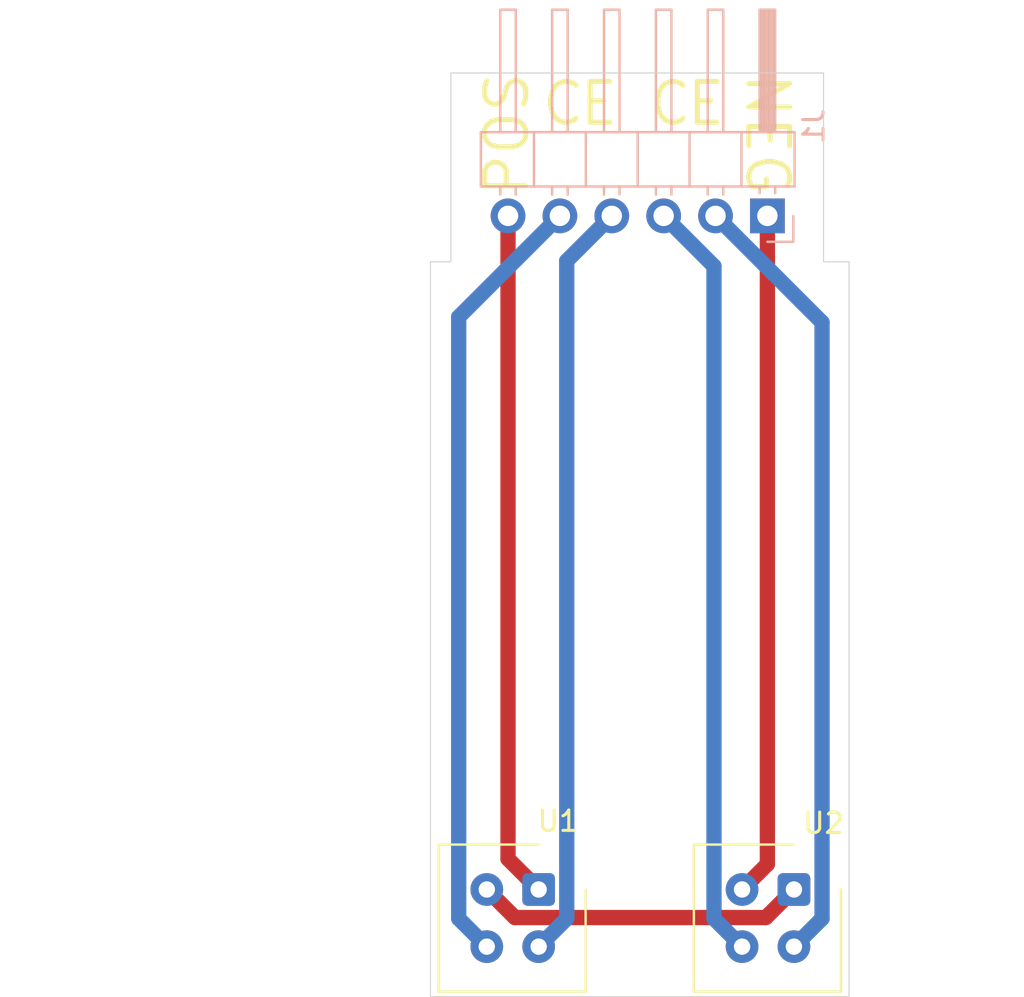
<source format=kicad_pcb>
(kicad_pcb (version 20171130) (host pcbnew "(5.1.7)-1")

  (general
    (thickness 1.6)
    (drawings 19)
    (tracks 19)
    (zones 0)
    (modules 4)
    (nets 8)
  )

  (page A4)
  (layers
    (0 F.Cu signal)
    (31 B.Cu signal)
    (32 B.Adhes user)
    (33 F.Adhes user)
    (34 B.Paste user)
    (35 F.Paste user)
    (36 B.SilkS user)
    (37 F.SilkS user)
    (38 B.Mask user)
    (39 F.Mask user)
    (40 Dwgs.User user)
    (41 Cmts.User user)
    (42 Eco1.User user)
    (43 Eco2.User user)
    (44 Edge.Cuts user)
    (45 Margin user)
    (46 B.CrtYd user)
    (47 F.CrtYd user)
    (48 B.Fab user hide)
    (49 F.Fab user hide)
  )

  (setup
    (last_trace_width 0.75)
    (user_trace_width 0.5)
    (user_trace_width 0.75)
    (user_trace_width 1)
    (trace_clearance 0.2)
    (zone_clearance 0.508)
    (zone_45_only no)
    (trace_min 0.2)
    (via_size 0.8)
    (via_drill 0.4)
    (via_min_size 0.4)
    (via_min_drill 0.3)
    (uvia_size 0.3)
    (uvia_drill 0.1)
    (uvias_allowed no)
    (uvia_min_size 0.2)
    (uvia_min_drill 0.1)
    (edge_width 0.05)
    (segment_width 0.2)
    (pcb_text_width 0.3)
    (pcb_text_size 1.5 1.5)
    (mod_edge_width 0.12)
    (mod_text_size 1 1)
    (mod_text_width 0.15)
    (pad_size 1.524 1.524)
    (pad_drill 0.762)
    (pad_to_mask_clearance 0)
    (aux_axis_origin 0 0)
    (visible_elements 7FFFFFFF)
    (pcbplotparams
      (layerselection 0x010fc_ffffffff)
      (usegerberextensions false)
      (usegerberattributes true)
      (usegerberadvancedattributes true)
      (creategerberjobfile true)
      (excludeedgelayer true)
      (linewidth 0.100000)
      (plotframeref false)
      (viasonmask false)
      (mode 1)
      (useauxorigin false)
      (hpglpennumber 1)
      (hpglpenspeed 20)
      (hpglpendiameter 15.000000)
      (psnegative false)
      (psa4output false)
      (plotreference true)
      (plotvalue true)
      (plotinvisibletext false)
      (padsonsilk false)
      (subtractmaskfromsilk false)
      (outputformat 1)
      (mirror false)
      (drillshape 1)
      (scaleselection 1)
      (outputdirectory ""))
  )

  (net 0 "")
  (net 1 /NEG)
  (net 2 /E1)
  (net 3 /C1)
  (net 4 /POS)
  (net 5 "Net-(U1-Pad2)")
  (net 6 /E2)
  (net 7 /C2)

  (net_class Default "This is the default net class."
    (clearance 0.2)
    (trace_width 0.25)
    (via_dia 0.8)
    (via_drill 0.4)
    (uvia_dia 0.3)
    (uvia_drill 0.1)
    (add_net /C1)
    (add_net /C2)
    (add_net /E1)
    (add_net /E2)
    (add_net /NEG)
    (add_net /POS)
    (add_net "Net-(U1-Pad2)")
  )

  (module OptoDevice:Vishay_CNY70 (layer F.Cu) (tedit 5B8AF8E9) (tstamp 603B3358)
    (at 188.8 131 270)
    (descr "package for Vishay CNY70 refective photo coupler/interrupter")
    (tags "Vishay CNY70 refective photo coupler")
    (path /603B3CB5)
    (fp_text reference U2 (at -3.25 -1.45 180) (layer F.SilkS)
      (effects (font (size 1 1) (thickness 0.15)))
    )
    (fp_text value CNY70 (at 1.4 5.8 90) (layer F.Fab)
      (effects (font (size 1 1) (thickness 0.15)))
    )
    (fp_text user %R (at 1.5 1.4 90) (layer F.Fab)
      (effects (font (size 1 1) (thickness 0.15)))
    )
    (fp_line (start 5 4.9) (end 5 -2.3) (layer F.SilkS) (width 0.12))
    (fp_line (start -2.2 4.9) (end 5 4.9) (layer F.SilkS) (width 0.12))
    (fp_line (start -2.2 0) (end -2.2 4.9) (layer F.SilkS) (width 0.12))
    (fp_line (start 5 -2.3) (end 0 -2.3) (layer F.SilkS) (width 0.12))
    (fp_line (start -1.1 3.9) (end 3.9 3.9) (layer F.Fab) (width 0.1))
    (fp_line (start -1.1 -1.2) (end -1.1 3.9) (layer F.Fab) (width 0.1))
    (fp_line (start 3.9 -1.2) (end -1.1 -1.2) (layer F.Fab) (width 0.1))
    (fp_line (start 3.9 3.9) (end 3.9 -1.2) (layer F.Fab) (width 0.1))
    (fp_line (start 1.2 4.5) (end 1.2 4.8) (layer F.Fab) (width 0.1))
    (fp_line (start 1.6 4.5) (end 1.2 4.5) (layer F.Fab) (width 0.1))
    (fp_line (start 1.6 4.8) (end 1.6 4.5) (layer F.Fab) (width 0.1))
    (fp_line (start 1.6 -1.9) (end 1.6 -2.2) (layer F.Fab) (width 0.1))
    (fp_line (start 1.2 -1.9) (end 1.6 -1.9) (layer F.Fab) (width 0.1))
    (fp_line (start 1.2 -2.2) (end 1.2 -1.9) (layer F.Fab) (width 0.1))
    (fp_line (start -2.1 -1.2) (end -1.1 -2.2) (layer F.Fab) (width 0.1))
    (fp_line (start -2.1 4.8) (end -2.1 -1.2) (layer F.Fab) (width 0.1))
    (fp_line (start 4.9 4.8) (end -2.1 4.8) (layer F.Fab) (width 0.1))
    (fp_line (start 4.9 -2.2) (end 4.9 4.8) (layer F.Fab) (width 0.1))
    (fp_line (start -1.1 -2.2) (end 4.9 -2.2) (layer F.Fab) (width 0.1))
    (fp_line (start -2.35 -2.45) (end 5.15 -2.45) (layer F.CrtYd) (width 0.05))
    (fp_line (start -2.35 -2.45) (end -2.35 5.05) (layer F.CrtYd) (width 0.05))
    (fp_line (start 5.15 5.05) (end 5.15 -2.45) (layer F.CrtYd) (width 0.05))
    (fp_line (start 5.15 5.05) (end -2.35 5.05) (layer F.CrtYd) (width 0.05))
    (pad 1 thru_hole roundrect (at 0 0 270) (size 1.6 1.6) (drill 0.8) (layers *.Cu *.Mask) (roundrect_rratio 0.156)
      (net 5 "Net-(U1-Pad2)"))
    (pad 2 thru_hole circle (at 0 2.54 270) (size 1.6 1.6) (drill 0.8) (layers *.Cu *.Mask)
      (net 1 /NEG))
    (pad 3 thru_hole circle (at 2.8 2.54 270) (size 1.6 1.6) (drill 0.8) (layers *.Cu *.Mask)
      (net 7 /C2))
    (pad 4 thru_hole circle (at 2.8 0 270) (size 1.6 1.6) (drill 0.8) (layers *.Cu *.Mask)
      (net 6 /E2))
    (model ${KISYS3DMOD}/OptoDevice.3dshapes/Vishay_CNY70.wrl
      (at (xyz 0 0 0))
      (scale (xyz 1 1 1))
      (rotate (xyz 0 0 0))
    )
  )

  (module Pin_Headers:Pin_Header_Angled_1x06_Pitch2.54mm (layer B.Cu) (tedit 59650532) (tstamp 603B32FA)
    (at 187.5 98 90)
    (descr "Through hole angled pin header, 1x06, 2.54mm pitch, 6mm pin length, single row")
    (tags "Through hole angled pin header THT 1x06 2.54mm single row")
    (path /603B47E0)
    (fp_text reference J1 (at 4.385 2.27 270) (layer B.SilkS)
      (effects (font (size 1 1) (thickness 0.15)) (justify mirror))
    )
    (fp_text value Conn_01x06_Male (at 4.385 -14.97 270) (layer B.Fab)
      (effects (font (size 1 1) (thickness 0.15)) (justify mirror))
    )
    (fp_line (start 10.55 1.8) (end -1.8 1.8) (layer B.CrtYd) (width 0.05))
    (fp_line (start 10.55 -14.5) (end 10.55 1.8) (layer B.CrtYd) (width 0.05))
    (fp_line (start -1.8 -14.5) (end 10.55 -14.5) (layer B.CrtYd) (width 0.05))
    (fp_line (start -1.8 1.8) (end -1.8 -14.5) (layer B.CrtYd) (width 0.05))
    (fp_line (start -1.27 1.27) (end 0 1.27) (layer B.SilkS) (width 0.12))
    (fp_line (start -1.27 0) (end -1.27 1.27) (layer B.SilkS) (width 0.12))
    (fp_line (start 1.042929 -13.08) (end 1.44 -13.08) (layer B.SilkS) (width 0.12))
    (fp_line (start 1.042929 -12.32) (end 1.44 -12.32) (layer B.SilkS) (width 0.12))
    (fp_line (start 10.1 -13.08) (end 4.1 -13.08) (layer B.SilkS) (width 0.12))
    (fp_line (start 10.1 -12.32) (end 10.1 -13.08) (layer B.SilkS) (width 0.12))
    (fp_line (start 4.1 -12.32) (end 10.1 -12.32) (layer B.SilkS) (width 0.12))
    (fp_line (start 1.44 -11.43) (end 4.1 -11.43) (layer B.SilkS) (width 0.12))
    (fp_line (start 1.042929 -10.54) (end 1.44 -10.54) (layer B.SilkS) (width 0.12))
    (fp_line (start 1.042929 -9.78) (end 1.44 -9.78) (layer B.SilkS) (width 0.12))
    (fp_line (start 10.1 -10.54) (end 4.1 -10.54) (layer B.SilkS) (width 0.12))
    (fp_line (start 10.1 -9.78) (end 10.1 -10.54) (layer B.SilkS) (width 0.12))
    (fp_line (start 4.1 -9.78) (end 10.1 -9.78) (layer B.SilkS) (width 0.12))
    (fp_line (start 1.44 -8.89) (end 4.1 -8.89) (layer B.SilkS) (width 0.12))
    (fp_line (start 1.042929 -8) (end 1.44 -8) (layer B.SilkS) (width 0.12))
    (fp_line (start 1.042929 -7.24) (end 1.44 -7.24) (layer B.SilkS) (width 0.12))
    (fp_line (start 10.1 -8) (end 4.1 -8) (layer B.SilkS) (width 0.12))
    (fp_line (start 10.1 -7.24) (end 10.1 -8) (layer B.SilkS) (width 0.12))
    (fp_line (start 4.1 -7.24) (end 10.1 -7.24) (layer B.SilkS) (width 0.12))
    (fp_line (start 1.44 -6.35) (end 4.1 -6.35) (layer B.SilkS) (width 0.12))
    (fp_line (start 1.042929 -5.46) (end 1.44 -5.46) (layer B.SilkS) (width 0.12))
    (fp_line (start 1.042929 -4.7) (end 1.44 -4.7) (layer B.SilkS) (width 0.12))
    (fp_line (start 10.1 -5.46) (end 4.1 -5.46) (layer B.SilkS) (width 0.12))
    (fp_line (start 10.1 -4.7) (end 10.1 -5.46) (layer B.SilkS) (width 0.12))
    (fp_line (start 4.1 -4.7) (end 10.1 -4.7) (layer B.SilkS) (width 0.12))
    (fp_line (start 1.44 -3.81) (end 4.1 -3.81) (layer B.SilkS) (width 0.12))
    (fp_line (start 1.042929 -2.92) (end 1.44 -2.92) (layer B.SilkS) (width 0.12))
    (fp_line (start 1.042929 -2.16) (end 1.44 -2.16) (layer B.SilkS) (width 0.12))
    (fp_line (start 10.1 -2.92) (end 4.1 -2.92) (layer B.SilkS) (width 0.12))
    (fp_line (start 10.1 -2.16) (end 10.1 -2.92) (layer B.SilkS) (width 0.12))
    (fp_line (start 4.1 -2.16) (end 10.1 -2.16) (layer B.SilkS) (width 0.12))
    (fp_line (start 1.44 -1.27) (end 4.1 -1.27) (layer B.SilkS) (width 0.12))
    (fp_line (start 1.11 -0.38) (end 1.44 -0.38) (layer B.SilkS) (width 0.12))
    (fp_line (start 1.11 0.38) (end 1.44 0.38) (layer B.SilkS) (width 0.12))
    (fp_line (start 4.1 -0.28) (end 10.1 -0.28) (layer B.SilkS) (width 0.12))
    (fp_line (start 4.1 -0.16) (end 10.1 -0.16) (layer B.SilkS) (width 0.12))
    (fp_line (start 4.1 -0.04) (end 10.1 -0.04) (layer B.SilkS) (width 0.12))
    (fp_line (start 4.1 0.08) (end 10.1 0.08) (layer B.SilkS) (width 0.12))
    (fp_line (start 4.1 0.2) (end 10.1 0.2) (layer B.SilkS) (width 0.12))
    (fp_line (start 4.1 0.32) (end 10.1 0.32) (layer B.SilkS) (width 0.12))
    (fp_line (start 10.1 -0.38) (end 4.1 -0.38) (layer B.SilkS) (width 0.12))
    (fp_line (start 10.1 0.38) (end 10.1 -0.38) (layer B.SilkS) (width 0.12))
    (fp_line (start 4.1 0.38) (end 10.1 0.38) (layer B.SilkS) (width 0.12))
    (fp_line (start 4.1 1.33) (end 1.44 1.33) (layer B.SilkS) (width 0.12))
    (fp_line (start 4.1 -14.03) (end 4.1 1.33) (layer B.SilkS) (width 0.12))
    (fp_line (start 1.44 -14.03) (end 4.1 -14.03) (layer B.SilkS) (width 0.12))
    (fp_line (start 1.44 1.33) (end 1.44 -14.03) (layer B.SilkS) (width 0.12))
    (fp_line (start 4.04 -13.02) (end 10.04 -13.02) (layer B.Fab) (width 0.1))
    (fp_line (start 10.04 -12.38) (end 10.04 -13.02) (layer B.Fab) (width 0.1))
    (fp_line (start 4.04 -12.38) (end 10.04 -12.38) (layer B.Fab) (width 0.1))
    (fp_line (start -0.32 -13.02) (end 1.5 -13.02) (layer B.Fab) (width 0.1))
    (fp_line (start -0.32 -12.38) (end -0.32 -13.02) (layer B.Fab) (width 0.1))
    (fp_line (start -0.32 -12.38) (end 1.5 -12.38) (layer B.Fab) (width 0.1))
    (fp_line (start 4.04 -10.48) (end 10.04 -10.48) (layer B.Fab) (width 0.1))
    (fp_line (start 10.04 -9.84) (end 10.04 -10.48) (layer B.Fab) (width 0.1))
    (fp_line (start 4.04 -9.84) (end 10.04 -9.84) (layer B.Fab) (width 0.1))
    (fp_line (start -0.32 -10.48) (end 1.5 -10.48) (layer B.Fab) (width 0.1))
    (fp_line (start -0.32 -9.84) (end -0.32 -10.48) (layer B.Fab) (width 0.1))
    (fp_line (start -0.32 -9.84) (end 1.5 -9.84) (layer B.Fab) (width 0.1))
    (fp_line (start 4.04 -7.94) (end 10.04 -7.94) (layer B.Fab) (width 0.1))
    (fp_line (start 10.04 -7.3) (end 10.04 -7.94) (layer B.Fab) (width 0.1))
    (fp_line (start 4.04 -7.3) (end 10.04 -7.3) (layer B.Fab) (width 0.1))
    (fp_line (start -0.32 -7.94) (end 1.5 -7.94) (layer B.Fab) (width 0.1))
    (fp_line (start -0.32 -7.3) (end -0.32 -7.94) (layer B.Fab) (width 0.1))
    (fp_line (start -0.32 -7.3) (end 1.5 -7.3) (layer B.Fab) (width 0.1))
    (fp_line (start 4.04 -5.4) (end 10.04 -5.4) (layer B.Fab) (width 0.1))
    (fp_line (start 10.04 -4.76) (end 10.04 -5.4) (layer B.Fab) (width 0.1))
    (fp_line (start 4.04 -4.76) (end 10.04 -4.76) (layer B.Fab) (width 0.1))
    (fp_line (start -0.32 -5.4) (end 1.5 -5.4) (layer B.Fab) (width 0.1))
    (fp_line (start -0.32 -4.76) (end -0.32 -5.4) (layer B.Fab) (width 0.1))
    (fp_line (start -0.32 -4.76) (end 1.5 -4.76) (layer B.Fab) (width 0.1))
    (fp_line (start 4.04 -2.86) (end 10.04 -2.86) (layer B.Fab) (width 0.1))
    (fp_line (start 10.04 -2.22) (end 10.04 -2.86) (layer B.Fab) (width 0.1))
    (fp_line (start 4.04 -2.22) (end 10.04 -2.22) (layer B.Fab) (width 0.1))
    (fp_line (start -0.32 -2.86) (end 1.5 -2.86) (layer B.Fab) (width 0.1))
    (fp_line (start -0.32 -2.22) (end -0.32 -2.86) (layer B.Fab) (width 0.1))
    (fp_line (start -0.32 -2.22) (end 1.5 -2.22) (layer B.Fab) (width 0.1))
    (fp_line (start 4.04 -0.32) (end 10.04 -0.32) (layer B.Fab) (width 0.1))
    (fp_line (start 10.04 0.32) (end 10.04 -0.32) (layer B.Fab) (width 0.1))
    (fp_line (start 4.04 0.32) (end 10.04 0.32) (layer B.Fab) (width 0.1))
    (fp_line (start -0.32 -0.32) (end 1.5 -0.32) (layer B.Fab) (width 0.1))
    (fp_line (start -0.32 0.32) (end -0.32 -0.32) (layer B.Fab) (width 0.1))
    (fp_line (start -0.32 0.32) (end 1.5 0.32) (layer B.Fab) (width 0.1))
    (fp_line (start 1.5 0.635) (end 2.135 1.27) (layer B.Fab) (width 0.1))
    (fp_line (start 1.5 -13.97) (end 1.5 0.635) (layer B.Fab) (width 0.1))
    (fp_line (start 4.04 -13.97) (end 1.5 -13.97) (layer B.Fab) (width 0.1))
    (fp_line (start 4.04 1.27) (end 4.04 -13.97) (layer B.Fab) (width 0.1))
    (fp_line (start 2.135 1.27) (end 4.04 1.27) (layer B.Fab) (width 0.1))
    (fp_text user %R (at 2.77 -6.35) (layer B.Fab)
      (effects (font (size 1 1) (thickness 0.15)) (justify mirror))
    )
    (pad 1 thru_hole rect (at 0 0 90) (size 1.7 1.7) (drill 1) (layers *.Cu *.Mask)
      (net 1 /NEG))
    (pad 2 thru_hole oval (at 0 -2.54 90) (size 1.7 1.7) (drill 1) (layers *.Cu *.Mask)
      (net 6 /E2))
    (pad 3 thru_hole oval (at 0 -5.08 90) (size 1.7 1.7) (drill 1) (layers *.Cu *.Mask)
      (net 7 /C2))
    (pad 4 thru_hole oval (at 0 -7.62 90) (size 1.7 1.7) (drill 1) (layers *.Cu *.Mask)
      (net 2 /E1))
    (pad 5 thru_hole oval (at 0 -10.16 90) (size 1.7 1.7) (drill 1) (layers *.Cu *.Mask)
      (net 3 /C1))
    (pad 6 thru_hole oval (at 0 -12.7 90) (size 1.7 1.7) (drill 1) (layers *.Cu *.Mask)
      (net 4 /POS))
    (model ${KISYS3DMOD}/Pin_Headers.3dshapes/Pin_Header_Angled_1x06_Pitch2.54mm.wrl
      (at (xyz 0 0 0))
      (scale (xyz 1 1 1))
      (rotate (xyz 0 0 0))
    )
  )

  (module OptoDevice:Vishay_CNY70 (layer F.Cu) (tedit 5B8AF8E9) (tstamp 603B0AEE)
    (at 176.3 131 270)
    (descr "package for Vishay CNY70 refective photo coupler/interrupter")
    (tags "Vishay CNY70 refective photo coupler")
    (path /603B0913)
    (fp_text reference U1 (at -3.35 -0.95 180) (layer F.SilkS)
      (effects (font (size 1 1) (thickness 0.15)))
    )
    (fp_text value CNY70 (at 1.4 5.8 90) (layer F.Fab)
      (effects (font (size 1 1) (thickness 0.15)))
    )
    (fp_line (start 5 4.9) (end 5 -2.3) (layer F.SilkS) (width 0.12))
    (fp_line (start -2.2 4.9) (end 5 4.9) (layer F.SilkS) (width 0.12))
    (fp_line (start -2.2 0) (end -2.2 4.9) (layer F.SilkS) (width 0.12))
    (fp_line (start 5 -2.3) (end 0 -2.3) (layer F.SilkS) (width 0.12))
    (fp_line (start -1.1 3.9) (end 3.9 3.9) (layer F.Fab) (width 0.1))
    (fp_line (start -1.1 -1.2) (end -1.1 3.9) (layer F.Fab) (width 0.1))
    (fp_line (start 3.9 -1.2) (end -1.1 -1.2) (layer F.Fab) (width 0.1))
    (fp_line (start 3.9 3.9) (end 3.9 -1.2) (layer F.Fab) (width 0.1))
    (fp_line (start 1.2 4.5) (end 1.2 4.8) (layer F.Fab) (width 0.1))
    (fp_line (start 1.6 4.5) (end 1.2 4.5) (layer F.Fab) (width 0.1))
    (fp_line (start 1.6 4.8) (end 1.6 4.5) (layer F.Fab) (width 0.1))
    (fp_line (start 1.6 -1.9) (end 1.6 -2.2) (layer F.Fab) (width 0.1))
    (fp_line (start 1.2 -1.9) (end 1.6 -1.9) (layer F.Fab) (width 0.1))
    (fp_line (start 1.2 -2.2) (end 1.2 -1.9) (layer F.Fab) (width 0.1))
    (fp_line (start -2.1 -1.2) (end -1.1 -2.2) (layer F.Fab) (width 0.1))
    (fp_line (start -2.1 4.8) (end -2.1 -1.2) (layer F.Fab) (width 0.1))
    (fp_line (start 4.9 4.8) (end -2.1 4.8) (layer F.Fab) (width 0.1))
    (fp_line (start 4.9 -2.2) (end 4.9 4.8) (layer F.Fab) (width 0.1))
    (fp_line (start -1.1 -2.2) (end 4.9 -2.2) (layer F.Fab) (width 0.1))
    (fp_line (start -2.35 -2.45) (end 5.15 -2.45) (layer F.CrtYd) (width 0.05))
    (fp_line (start -2.35 -2.45) (end -2.35 5.05) (layer F.CrtYd) (width 0.05))
    (fp_line (start 5.15 5.05) (end 5.15 -2.45) (layer F.CrtYd) (width 0.05))
    (fp_line (start 5.15 5.05) (end -2.35 5.05) (layer F.CrtYd) (width 0.05))
    (fp_text user %R (at 1.5 1.4 90) (layer F.Fab)
      (effects (font (size 1 1) (thickness 0.15)))
    )
    (pad 1 thru_hole roundrect (at 0 0 270) (size 1.6 1.6) (drill 0.8) (layers *.Cu *.Mask) (roundrect_rratio 0.156)
      (net 4 /POS))
    (pad 2 thru_hole circle (at 0 2.54 270) (size 1.6 1.6) (drill 0.8) (layers *.Cu *.Mask)
      (net 5 "Net-(U1-Pad2)"))
    (pad 3 thru_hole circle (at 2.8 2.54 270) (size 1.6 1.6) (drill 0.8) (layers *.Cu *.Mask)
      (net 3 /C1))
    (pad 4 thru_hole circle (at 2.8 0 270) (size 1.6 1.6) (drill 0.8) (layers *.Cu *.Mask)
      (net 2 /E1))
    (model ${KISYS3DMOD}/OptoDevice.3dshapes/Vishay_CNY70.wrl
      (at (xyz 0 0 0))
      (scale (xyz 1 1 1))
      (rotate (xyz 0 0 0))
    )
  )

  (module Mounting_Holes:MountingHole_3.2mm_M3 (layer F.Cu) (tedit 56D1B4CB) (tstamp 603B06CE)
    (at 181.25 110)
    (descr "Mounting Hole 3.2mm, no annular, M3")
    (tags "mounting hole 3.2mm no annular m3")
    (path /603B60F7)
    (attr virtual)
    (fp_text reference H1 (at 0 -4.2) (layer F.SilkS) hide
      (effects (font (size 1 1) (thickness 0.15)))
    )
    (fp_text value MountingHole (at 0 4.2) (layer F.Fab)
      (effects (font (size 1 1) (thickness 0.15)))
    )
    (fp_circle (center 0 0) (end 3.45 0) (layer F.CrtYd) (width 0.05))
    (fp_circle (center 0 0) (end 3.2 0) (layer Cmts.User) (width 0.15))
    (fp_text user %R (at 0.3 0) (layer F.Fab)
      (effects (font (size 1 1) (thickness 0.15)))
    )
    (pad 1 np_thru_hole circle (at 0 0) (size 3.2 3.2) (drill 3.2) (layers *.Cu *.Mask))
  )

  (gr_text E (at 184.5 92.5) (layer F.SilkS) (tstamp 603B3D1A)
    (effects (font (size 2 2) (thickness 0.25)))
  )
  (gr_text E (at 179.25 92.5) (layer F.SilkS) (tstamp 603B3D18)
    (effects (font (size 2 2) (thickness 0.25)))
  )
  (gr_text C (at 182.75 92.5) (layer F.SilkS) (tstamp 603B3CAC)
    (effects (font (size 2 2) (thickness 0.25)))
  )
  (gr_text C (at 177.5 92.5) (layer F.SilkS) (tstamp 603B3CA9)
    (effects (font (size 2 2) (thickness 0.25)))
  )
  (gr_text NEG (at 187.5 94 270) (layer F.SilkS) (tstamp 603B3CA1)
    (effects (font (size 2 2) (thickness 0.25)))
  )
  (gr_text POS (at 174.75 94 90) (layer F.SilkS)
    (effects (font (size 2 2) (thickness 0.25)))
  )
  (gr_line (start 190.25 100.25) (end 190.25 91) (layer Edge.Cuts) (width 0.05))
  (gr_line (start 191.5 100.25) (end 190.25 100.25) (layer Edge.Cuts) (width 0.05))
  (gr_line (start 172 100.25) (end 172 91) (layer Edge.Cuts) (width 0.05))
  (gr_line (start 171 100.25) (end 172 100.25) (layer Edge.Cuts) (width 0.05))
  (gr_line (start 179.75 128.5) (end 183.5 128.5) (layer Cmts.User) (width 0.15))
  (gr_line (start 171 100.25) (end 171 136.25) (layer Edge.Cuts) (width 0.05) (tstamp 603B07E2))
  (gr_line (start 190.25 91) (end 172 91) (layer Edge.Cuts) (width 0.05))
  (gr_line (start 191.5 136.25) (end 191.5 100.25) (layer Edge.Cuts) (width 0.05))
  (gr_line (start 171 136.25) (end 191.5 136.25) (layer Edge.Cuts) (width 0.05))
  (gr_line (start 150 113.25) (end 200 113.25) (layer Cmts.User) (width 0.15) (tstamp 603B07DB))
  (gr_line (start 150 106.75) (end 200 106.75) (layer Cmts.User) (width 0.15))
  (gr_line (start 150 120) (end 200 120) (layer Cmts.User) (width 0.15))
  (gr_line (start 150 100) (end 200 100) (layer Cmts.User) (width 0.15))

  (segment (start 187.5 129.76) (end 186.26 131) (width 0.75) (layer F.Cu) (net 1))
  (segment (start 187.5 98) (end 187.5 129.76) (width 0.75) (layer F.Cu) (net 1))
  (segment (start 177.67501 100.20499) (end 179.88 98) (width 0.75) (layer B.Cu) (net 2))
  (segment (start 177.67501 132.42499) (end 177.67501 100.20499) (width 0.75) (layer B.Cu) (net 2))
  (segment (start 176.3 133.8) (end 177.67501 132.42499) (width 0.75) (layer B.Cu) (net 2))
  (segment (start 172.384999 102.955001) (end 177.34 98) (width 0.75) (layer B.Cu) (net 3))
  (segment (start 172.384999 132.424999) (end 172.384999 102.955001) (width 0.75) (layer B.Cu) (net 3))
  (segment (start 173.76 133.8) (end 172.384999 132.424999) (width 0.75) (layer B.Cu) (net 3))
  (segment (start 174.8 129.5) (end 176.3 131) (width 0.75) (layer F.Cu) (net 4))
  (segment (start 174.8 98) (end 174.8 129.5) (width 0.75) (layer F.Cu) (net 4))
  (segment (start 175.135001 132.375001) (end 173.76 131) (width 0.75) (layer F.Cu) (net 5))
  (segment (start 187.424999 132.375001) (end 175.135001 132.375001) (width 0.75) (layer F.Cu) (net 5))
  (segment (start 188.8 131) (end 187.424999 132.375001) (width 0.75) (layer F.Cu) (net 5))
  (segment (start 190.17501 132.42499) (end 188.8 133.8) (width 0.75) (layer B.Cu) (net 6))
  (segment (start 190.17501 103.21501) (end 190.17501 132.42499) (width 0.75) (layer B.Cu) (net 6))
  (segment (start 184.96 98) (end 190.17501 103.21501) (width 0.75) (layer B.Cu) (net 6))
  (segment (start 184.884999 132.424999) (end 184.884999 100.464999) (width 0.75) (layer B.Cu) (net 7))
  (segment (start 184.884999 100.464999) (end 182.42 98) (width 0.75) (layer B.Cu) (net 7))
  (segment (start 186.26 133.8) (end 184.884999 132.424999) (width 0.75) (layer B.Cu) (net 7))

)

</source>
